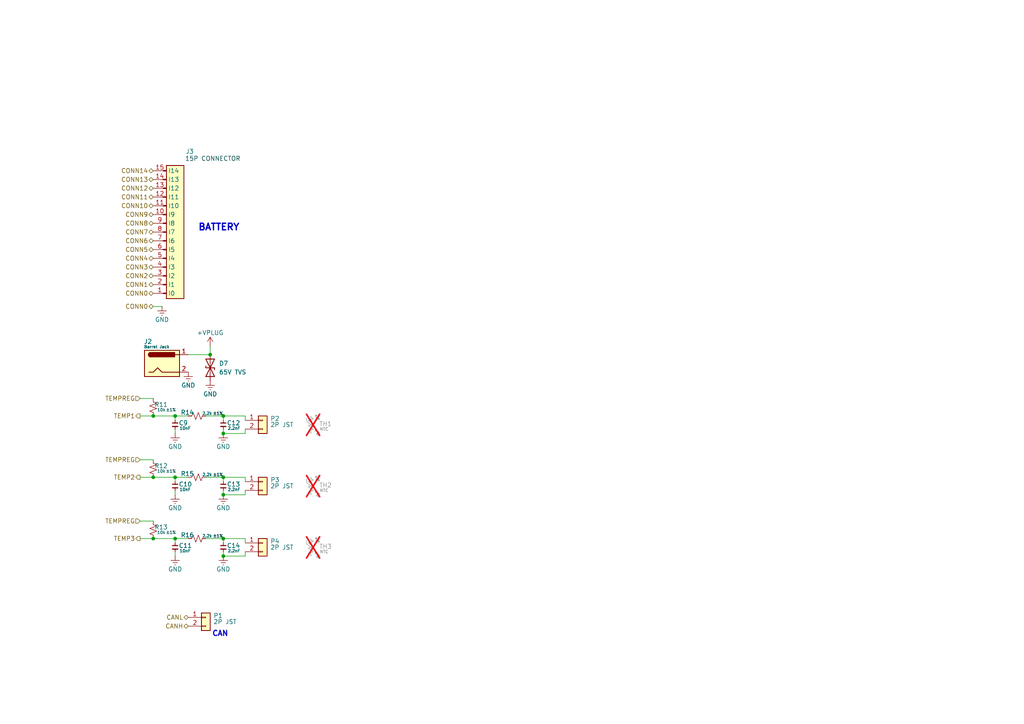
<source format=kicad_sch>
(kicad_sch (version 20250114) (generator "eeschema") (generator_version "9.0")
  (paper "A4")
  (lib_symbols
    (symbol "C_Small_1" (pin_numbers (hide yes)) (pin_names (offset 0.254) (hide yes))
      (property "Reference" "C1" (at 1.778 1.016 0))
      (property "Value" "C_Small" (at 2.032 -0.508 0))
      (symbol "C_Small_1_0_1"
        (polyline (pts (xy -0.762 0.508) (xy 0.762 0.508)) (stroke (width 0.3048)))
        (polyline (pts (xy -0.762 -0.508) (xy 0.762 -0.508)) (stroke (width 0.3302)))
      )
      (symbol "C_Small_1_1_1"
        (pin passive line (at 0 1.27 270) (length 0.762) (name "~") (number "1"))
        (pin passive line (at 0 -1.27 90) (length 0.762) (name "~") (number "2"))
      )
    )
    (symbol "Connector:Barrel_Jack" (pin_names (offset 1.016))
      (property "Reference" "J" (at 0 5.334 0))
      (property "Value" "Barrel_Jack" (at 0 -5.08 0))
      (symbol "Barrel_Jack_0_1"
        (rectangle (start -5.08 3.81) (end 5.08 -3.81) (stroke (width 0.254)) (fill (type background)))
        (polyline (pts (xy -3.81 -2.54) (xy -2.54 -2.54) (xy -1.27 -1.27) (xy 0 -2.54) (xy 2.54 -2.54) (xy 5.08 -2.54)) (stroke (width 0.254)))
        (arc (start -3.302 1.905) (mid -3.9343 2.54) (end -3.302 3.175) (stroke (width 0.254)))
        (arc (start -3.302 1.905) (mid -3.9343 2.54) (end -3.302 3.175) (stroke (width 0.254)) (fill (type outline)))
        (rectangle (start 3.683 3.175) (end -3.302 1.905) (stroke (width 0.254)) (fill (type outline)))
        (polyline (pts (xy 5.08 2.54) (xy 3.81 2.54)) (stroke (width 0.254)))
      )
      (symbol "Barrel_Jack_1_1"
        (pin passive line (at 7.62 2.54 180) (length 2.54) (name "~") (number "1"))
        (pin passive line (at 7.62 -2.54 180) (length 2.54) (name "~") (number "2"))
      )
    )
    (symbol "Connector_Generic:Conn_01x02" (pin_names (offset 1.016) (hide yes))
      (property "Reference" "J" (at 0 2.54 0))
      (property "Value" "Conn_01x02" (at 0 -5.08 0))
      (symbol "Conn_01x02_1_1"
        (rectangle (start -1.27 1.27) (end 1.27 -3.81) (stroke (width 0.254)) (fill (type background)))
        (rectangle (start -1.27 0.127) (end 0 -0.127) (stroke (width 0.1524)))
        (rectangle (start -1.27 -2.413) (end 0 -2.667) (stroke (width 0.1524)))
        (pin passive line (at -5.08 0 0) (length 3.81) (name "Pin_1") (number "1"))
        (pin passive line (at -5.08 -2.54 0) (length 3.81) (name "Pin_2") (number "2"))
      )
    )
    (symbol "Device:D_TVS" (pin_numbers (hide yes)) (pin_names (offset 1.016) (hide yes))
      (property "Reference" "D" (at 0 2.54 0))
      (property "Value" "D_TVS" (at 0 -2.54 0))
      (symbol "D_TVS_0_1"
        (polyline (pts (xy -2.54 1.27) (xy -2.54 -1.27) (xy 2.54 1.27) (xy 2.54 -1.27) (xy -2.54 1.27)) (stroke (width 0.254)))
        (polyline (pts (xy 0.508 1.27) (xy 0 1.27) (xy 0 -1.27) (xy -0.508 -1.27)) (stroke (width 0.254)))
        (polyline (pts (xy 1.27 0) (xy -1.27 0)))
      )
      (symbol "D_TVS_1_1"
        (pin passive line (at -3.81 0 0) (length 2.54) (name "A1") (number "1"))
        (pin passive line (at 3.81 0 180) (length 2.54) (name "A2") (number "2"))
      )
    )
    (symbol "Device:R_Small_US" (pin_numbers (hide yes)) (pin_names (offset 0.254) (hide yes))
      (property "Reference" "R" (at 0.762 0.508 0))
      (property "Value" "R_Small_US" (at 0.762 -1.016 0))
      (property "Tolerance" "x%" (at 2.286 -2.794 0))
      (symbol "R_Small_US_1_1"
        (polyline (pts (xy 0 1.524) (xy 1.016 1.143) (xy 0 0.762) (xy -1.016 0.381) (xy 0 0)))
        (polyline (pts (xy 0 0) (xy 1.016 -0.381) (xy 0 -0.762) (xy -1.016 -1.143) (xy 0 -1.524)))
        (pin passive line (at 0 2.54 270) (length 1.016) (name "~") (number "1"))
        (pin passive line (at 0 -2.54 90) (length 1.016) (name "~") (number "2"))
      )
    )
    (symbol "Device:Thermistor_NTC_US" (pin_numbers (hide yes)) (pin_names (offset 0))
      (property "Reference" "TH1" (at 2.54 0.9526 0))
      (property "Value" "NTC" (at 2.54 -1.5874 0))
      (symbol "Thermistor_NTC_US_0_1"
        (arc (start -2.5016 2.4639) (mid -2.3771 2.3674) (end -2.3746 2.2099))
        (polyline (pts (xy -2.286 -3.048) (xy -2.286 -1.397) (xy -2.032 -1.778) (xy -2.54 -1.778) (xy -2.286 -1.397) (xy -2.286 -1.778)) (fill (type outline)))
        (arc (start -2.3746 2.8449) (mid -2.3002 3.0245) (end -2.1206 3.0989))
        (arc (start -2.1206 3.0989) (mid -1.941 3.0245) (end -1.8666 2.8449))
        (arc (start -2.1206 2.5909) (mid -2.3002 2.6653) (end -2.3746 2.8449))
        (arc (start -2.1206 1.9559) (mid -2.3002 2.0303) (end -2.3746 2.2099))
        (arc (start -1.8666 2.2099) (mid -1.941 2.0303) (end -2.1206 1.9559))
        (arc (start -1.4856 2.8449) (mid -1.7606 2.6117) (end -2.1206 2.5909))
        (polyline (pts (xy -1.8666 2.2099) (xy -1.8666 2.8449)))
        (polyline (pts (xy -1.524 -1.27) (xy -1.524 -2.921) (xy -1.778 -2.54) (xy -1.27 -2.54) (xy -1.524 -2.921) (xy -1.524 -2.54)) (fill (type outline)))
        (polyline (pts (xy -1.27 2.032) (xy -1.27 1.016) (xy 1.27 -1.016) (xy 1.27 -2.032)))
        (polyline (pts (xy 0 2.032) (xy 0 2.286)))
        (polyline (pts (xy 0 2.032) (xy 0.762 1.778) (xy 0 1.524) (xy -0.762 1.27) (xy 0 0.762)))
        (polyline (pts (xy 0 0.762) (xy 0.762 0.254) (xy 0 0) (xy -0.762 -0.254) (xy 0 -0.762)))
        (polyline (pts (xy 0 -0.762) (xy 0.762 -1.27) (xy 0 -1.524) (xy -0.762 -1.778) (xy 0 -2.032)))
        (polyline (pts (xy 0 -2.032) (xy 0 -2.286)))
      )
      (symbol "Thermistor_NTC_US_1_1"
        (pin passive line (at 0 2.54 270) (length 0.508) (name "~") (number "1"))
        (pin passive line (at 0 -2.54 90) (length 0.508) (name "~") (number "2"))
      )
    )
    (symbol "components:17P_Connector"
      (property "Reference" "J" (at 3.556 23.114 0))
      (symbol "17P_Connector_0_1"
        (rectangle (start -2.54 19.304) (end 2.54 -19.304) (stroke (width 0.254)) (fill (type background)))
      )
      (symbol "17P_Connector_1_1"
        (polyline (pts (xy -3.81 17.78) (xy -3.4036 17.78)) (stroke (width 0.1524)))
        (polyline (pts (xy -3.81 15.24) (xy -3.4036 15.24)) (stroke (width 0.1524)))
        (polyline (pts (xy -3.81 12.7) (xy -3.4036 12.7)) (stroke (width 0.1524)))
        (polyline (pts (xy -3.81 10.16) (xy -3.4036 10.16)) (stroke (width 0.1524)))
        (polyline (pts (xy -3.81 7.62) (xy -3.4036 7.62)) (stroke (width 0.1524)))
        (polyline (pts (xy -3.81 5.08) (xy -3.4036 5.08)) (stroke (width 0.1524)))
        (polyline (pts (xy -3.81 2.54) (xy -3.4036 2.54)) (stroke (width 0.1524)))
        (polyline (pts (xy -3.81 0) (xy -3.4036 0)) (stroke (width 0.1524)))
        (polyline (pts (xy -3.81 -2.54) (xy -3.4036 -2.54)) (stroke (width 0.1524)))
        (polyline (pts (xy -3.81 -5.08) (xy -3.4036 -5.08)) (stroke (width 0.1524)))
        (polyline (pts (xy -3.81 -7.62) (xy -3.4036 -7.62)) (stroke (width 0.1524)))
        (polyline (pts (xy -3.81 -10.16) (xy -3.4036 -10.16)) (stroke (width 0.1524)))
        (polyline (pts (xy -3.81 -12.7) (xy -3.4036 -12.7)) (stroke (width 0.1524)))
        (polyline (pts (xy -3.81 -15.24) (xy -3.4036 -15.24)) (stroke (width 0.1524)))
        (polyline (pts (xy -3.81 -17.78) (xy -3.4036 -17.78)) (stroke (width 0.1524)))
        (rectangle (start -3.4036 17.653) (end -2.54 17.907) (stroke (width 0.1524)) (fill (type outline)))
        (rectangle (start -3.4036 15.113) (end -2.54 15.367) (stroke (width 0.1524)) (fill (type outline)))
        (rectangle (start -3.4036 12.573) (end -2.54 12.827) (stroke (width 0.1524)) (fill (type outline)))
        (rectangle (start -3.4036 10.033) (end -2.54 10.287) (stroke (width 0.1524)) (fill (type outline)))
        (rectangle (start -3.4036 7.493) (end -2.54 7.747) (stroke (width 0.1524)) (fill (type outline)))
        (rectangle (start -3.4036 4.953) (end -2.54 5.207) (stroke (width 0.1524)) (fill (type outline)))
        (rectangle (start -3.4036 2.413) (end -2.54 2.667) (stroke (width 0.1524)) (fill (type outline)))
        (rectangle (start -3.4036 -0.127) (end -2.54 0.127) (stroke (width 0.1524)) (fill (type outline)))
        (rectangle (start -3.4036 -2.667) (end -2.54 -2.413) (stroke (width 0.1524)) (fill (type outline)))
        (rectangle (start -3.4036 -5.207) (end -2.54 -4.953) (stroke (width 0.1524)) (fill (type outline)))
        (rectangle (start -3.4036 -7.747) (end -2.54 -7.493) (stroke (width 0.1524)) (fill (type outline)))
        (rectangle (start -3.4036 -10.287) (end -2.54 -10.033) (stroke (width 0.1524)) (fill (type outline)))
        (rectangle (start -3.4036 -12.827) (end -2.54 -12.573) (stroke (width 0.1524)) (fill (type outline)))
        (rectangle (start -3.4036 -15.367) (end -2.54 -15.113) (stroke (width 0.1524)) (fill (type outline)))
        (rectangle (start -3.4036 -17.907) (end -2.54 -17.653) (stroke (width 0.1524)) (fill (type outline)))
        (text "15P CONNECTOR" (at 10.922 21.336 0) (effects (font (size 1.27 1.27))))
        (pin passive line (at -6.35 17.78 0) (length 3.81) (name "I14") (number "15"))
        (pin passive line (at -6.35 15.24 0) (length 3.81) (name "I13") (number "14"))
        (pin passive line (at -6.35 12.7 0) (length 3.81) (name "I12") (number "13"))
        (pin passive line (at -6.35 10.16 0) (length 3.81) (name "I11") (number "12"))
        (pin passive line (at -6.35 7.62 0) (length 3.81) (name "I10") (number "11"))
        (pin passive line (at -6.35 5.08 0) (length 3.81) (name "I9") (number "10"))
        (pin passive line (at -6.35 2.54 0) (length 3.81) (name "I8") (number "9"))
        (pin passive line (at -6.35 0 0) (length 3.81) (name "I7") (number "8"))
        (pin passive line (at -6.35 -2.54 0) (length 3.81) (name "I6") (number "7"))
        (pin passive line (at -6.35 -5.08 0) (length 3.81) (name "I5") (number "6"))
        (pin passive line (at -6.35 -7.62 0) (length 3.81) (name "I4") (number "5"))
        (pin passive line (at -6.35 -10.16 0) (length 3.81) (name "I3") (number "4"))
        (pin passive line (at -6.35 -12.7 0) (length 3.81) (name "I2") (number "3"))
        (pin passive line (at -6.35 -15.24 0) (length 3.81) (name "I1") (number "2"))
        (pin passive line (at -6.35 -17.78 0) (length 3.81) (name "I0") (number "1"))
      )
    )
    (symbol "power:+5V" (power) (pin_numbers (hide yes)) (pin_names (offset 0) (hide yes))
      (property "Value" "+5V" (at 0 3.556 0))
      (symbol "+5V_0_1"
        (polyline (pts (xy -0.762 1.27) (xy 0 2.54)))
        (polyline (pts (xy 0 2.54) (xy 0.762 1.27)))
        (polyline (pts (xy 0 0) (xy 0 2.54)))
      )
      (symbol "+5V_1_1"
        (pin power_in line (at 0 0 90) (length 0) (name "~") (number "1"))
      )
    )
    (symbol "power:Earth" (power) (pin_numbers (hide yes)) (pin_names (offset 0) (hide yes))
      (property "Value" "Earth" (at 0 -3.81 0))
      (symbol "Earth_0_1"
        (polyline (pts (xy -0.635 -1.905) (xy 0.635 -1.905)))
        (polyline (pts (xy -0.127 -2.54) (xy 0.127 -2.54)))
        (polyline (pts (xy 0 -1.27) (xy 0 0)))
        (polyline (pts (xy 1.27 -1.27) (xy -1.27 -1.27)))
      )
      (symbol "Earth_1_1"
        (pin power_in line (at 0 0 270) (length 0) (name "~") (number "1"))
      )
    )
  )
  (text "CAN" (at 61.468 183.896 0) (effects (font (size 1.524 1.524) (thickness 0.3048) (bold yes)) (justify left)))
  (text "BATTERY" (at 63.5 66.04 0) (effects (font (size 1.905 1.905) (thickness 0.381) (bold yes))))
  (junction (at 44.45 156.21))
  (junction (at 64.77 138.43))
  (junction (at 60.96 102.87))
  (junction (at 64.77 125.73))
  (junction (at 50.8 138.43))
  (junction (at 50.8 156.21))
  (junction (at 64.77 156.21))
  (junction (at 50.8 120.65))
  (junction (at 64.77 161.29))
  (junction (at 64.77 120.65))
  (junction (at 44.45 120.65))
  (junction (at 64.77 143.51))
  (junction (at 44.45 138.43))
  (wire (pts (xy 59.69 156.21) (xy 64.77 156.21)))
  (wire (pts (xy 40.64 151.13) (xy 44.45 151.13)))
  (wire (pts (xy 50.8 142.24) (xy 50.8 143.51)))
  (wire (pts (xy 59.69 120.65) (xy 64.77 120.65)))
  (wire (pts (xy 71.12 142.24) (xy 71.12 143.51)))
  (wire (pts (xy 44.45 138.43) (xy 50.8 138.43)))
  (wire (pts (xy 71.12 160.02) (xy 71.12 161.29)))
  (wire (pts (xy 71.12 120.65) (xy 71.12 121.92)))
  (wire (pts (xy 50.8 121.92) (xy 50.8 120.65)))
  (wire (pts (xy 59.69 138.43) (xy 64.77 138.43)))
  (wire (pts (xy 54.61 102.87) (xy 60.96 102.87)))
  (wire (pts (xy 64.77 161.29) (xy 71.12 161.29)))
  (wire (pts (xy 50.8 124.46) (xy 50.8 125.73)))
  (wire (pts (xy 71.12 138.43) (xy 71.12 139.7)))
  (wire (pts (xy 71.12 124.46) (xy 71.12 125.73)))
  (wire (pts (xy 40.64 133.35) (xy 44.45 133.35)))
  (wire (pts (xy 64.77 138.43) (xy 64.77 139.7)))
  (wire (pts (xy 50.8 160.02) (xy 50.8 161.29)))
  (wire (pts (xy 44.45 156.21) (xy 50.8 156.21)))
  (wire (pts (xy 40.64 138.43) (xy 44.45 138.43)))
  (wire (pts (xy 64.77 160.02) (xy 64.77 161.29)))
  (wire (pts (xy 64.77 142.24) (xy 64.77 143.51)))
  (wire (pts (xy 50.8 139.7) (xy 50.8 138.43)))
  (wire (pts (xy 64.77 125.73) (xy 71.12 125.73)))
  (wire (pts (xy 44.45 120.65) (xy 50.8 120.65)))
  (wire (pts (xy 64.77 156.21) (xy 64.77 157.48)))
  (wire (pts (xy 40.64 156.21) (xy 44.45 156.21)))
  (wire (pts (xy 50.8 156.21) (xy 54.61 156.21)))
  (wire (pts (xy 50.8 157.48) (xy 50.8 156.21)))
  (wire (pts (xy 50.8 138.43) (xy 54.61 138.43)))
  (wire (pts (xy 71.12 156.21) (xy 71.12 157.48)))
  (wire (pts (xy 64.77 120.65) (xy 71.12 120.65)))
  (wire (pts (xy 60.96 100.33) (xy 60.96 102.87)))
  (wire (pts (xy 64.77 120.65) (xy 64.77 121.92)))
  (wire (pts (xy 64.77 138.43) (xy 71.12 138.43)))
  (wire (pts (xy 44.45 88.9) (xy 46.99 88.9)))
  (wire (pts (xy 64.77 156.21) (xy 71.12 156.21)))
  (wire (pts (xy 64.77 124.46) (xy 64.77 125.73)))
  (wire (pts (xy 64.77 143.51) (xy 71.12 143.51)))
  (wire (pts (xy 50.8 120.65) (xy 54.61 120.65)))
  (wire (pts (xy 40.64 120.65) (xy 44.45 120.65)))
  (wire (pts (xy 40.64 115.57) (xy 44.45 115.57)))
  (hierarchical_label "CONN8" (shape bidirectional) (at 44.45 64.77 180))
  (hierarchical_label "CONN4" (shape bidirectional) (at 44.45 74.93 180))
  (hierarchical_label "TEMP2" (shape output) (at 40.64 138.43 180))
  (hierarchical_label "TEMP1" (shape output) (at 40.64 120.65 180))
  (hierarchical_label "CONN6" (shape bidirectional) (at 44.45 69.85 180))
  (hierarchical_label "CONN7" (shape bidirectional) (at 44.45 67.31 180))
  (hierarchical_label "CONN5" (shape bidirectional) (at 44.45 72.39 180))
  (hierarchical_label "CONN11" (shape bidirectional) (at 44.45 57.15 180))
  (hierarchical_label "TEMPREG" (shape input) (at 40.64 151.13 180))
  (hierarchical_label "TEMP3" (shape output) (at 40.64 156.21 180))
  (hierarchical_label "CONN2" (shape bidirectional) (at 44.45 80.01 180))
  (hierarchical_label "CONN14" (shape bidirectional) (at 44.45 49.53 180))
  (hierarchical_label "CANL" (shape bidirectional) (at 54.61 179.07 180))
  (hierarchical_label "CONN3" (shape bidirectional) (at 44.45 77.47 180))
  (hierarchical_label "TEMPREG" (shape input) (at 40.64 115.57 180))
  (hierarchical_label "CONN10" (shape bidirectional) (at 44.45 59.69 180))
  (hierarchical_label "CANH" (shape bidirectional) (at 54.61 181.61 180))
  (hierarchical_label "CONN12" (shape bidirectional) (at 44.45 54.61 180))
  (hierarchical_label "CONN13" (shape bidirectional) (at 44.45 52.07 180))
  (hierarchical_label "CONN0" (shape bidirectional) (at 44.45 85.09 180))
  (hierarchical_label "CONN9" (shape bidirectional) (at 44.45 62.23 180))
  (hierarchical_label "CONN1" (shape bidirectional) (at 44.45 82.55 180))
  (hierarchical_label "CONN0" (shape bidirectional) (at 44.45 88.9 180))
  (hierarchical_label "TEMPREG" (shape input) (at 40.64 133.35 180))
  (symbol (lib_id "Connector_Generic:Conn_01x02") (at 59.69 179.07 0) (unit 1)
    (property "Reference" "P1" (at 63.246 178.562 0))
    (property "Value" "2P JST" (at 65.278 180.34 0))
    (property "Footprint" "footprints:CONN-SMD_2P-P2.00_XUNPU_WAFER-PH2.0-2PWB" (effects (hide yes)))
    (property "Datasheet" "https://www.lcsc.com/datasheet/lcsc_datasheet_2411192313_XUNPU-WAFER-PH2-0-2PWB_C3029440.pdf" (effects (hide yes)))
    (property "Description" "Generic connector, single row, 01x02, script generated (kicad-library-utils/schlib/autogen/connector/)" (effects (hide yes)))
    (property "LCSC#" "C3029440" (effects (hide yes)))
    (property "MPN" "C3029440" (effects (hide yes)))
  )
  (symbol (lib_id "Device:R_Small_US") (at 57.15 120.65 90) (unit 1)
    (property "Reference" "R14" (at 54.356 119.634 90))
    (property "Value" "2.2k" (at 58.674 119.888 90) (effects (font (size 0.8467 0.8467)) (justify right)))
    (property "Footprint" "Resistor_SMD:R_0402_1005Metric_Pad0.72x0.64mm_HandSolder" (effects (hide yes)))
    (property "Description" "Resistor, small US symbol" (effects (hide yes)))
    (property "Tolerance" "±1%" (at 61.722 119.888 90) (effects (font (size 0.8467 0.8467)) (justify right)))
  )
  (symbol (lib_name "C_Small_1") (lib_id "Device:C_Small") (at 64.77 158.75 0) (unit 1)
    (property "Reference" "C14" (at 65.786 158.242 0) (effects (justify left)))
    (property "Value" "2.2nF" (at 66.04 159.766 0) (effects (font (size 0.8467 0.8467)) (justify left)))
    (property "Footprint" "Capacitor_SMD:C_0402_1005Metric_Pad0.74x0.62mm_HandSolder" (effects (hide yes)))
    (property "Description" "Unpolarized capacitor, small symbol" (effects (hide yes)))
  )
  (symbol (lib_id "Device:R_Small_US") (at 44.45 153.67 0) (unit 1)
    (property "Reference" "R13" (at 46.736 152.908 0))
    (property "Value" "10k" (at 48.006 154.432 0) (effects (font (size 0.8467 0.8467)) (justify right)))
    (property "Footprint" "Resistor_SMD:R_0402_1005Metric_Pad0.72x0.64mm_HandSolder" (effects (hide yes)))
    (property "Description" "Resistor, small US symbol" (effects (hide yes)))
    (property "Tolerance" "±1%" (at 51.054 154.432 0) (effects (font (size 0.8467 0.8467)) (justify right)))
  )
  (symbol (lib_id "power:Earth") (at 64.77 161.29 0) (unit 1)
    (property "Reference" "#PWR046" (effects (hide yes)))
    (property "Value" "GND" (at 64.77 165.1 0))
    (property "Description" "Power symbol creates a global label with name \"Earth\"" (effects (hide yes)))
  )
  (symbol (lib_name "C_Small_1") (lib_id "Device:C_Small") (at 50.8 158.75 0) (unit 1)
    (property "Reference" "C11" (at 51.816 158.242 0) (effects (justify left)))
    (property "Value" "10nF" (at 52.07 159.766 0) (effects (font (size 0.8467 0.8467)) (justify left)))
    (property "Footprint" "Capacitor_SMD:C_0402_1005Metric_Pad0.74x0.62mm_HandSolder" (effects (hide yes)))
    (property "Description" "Unpolarized capacitor, small symbol" (effects (hide yes)))
  )
  (symbol (lib_name "C_Small_1") (lib_id "Device:C_Small") (at 64.77 140.97 0) (unit 1)
    (property "Reference" "C13" (at 65.786 140.462 0) (effects (justify left)))
    (property "Value" "2.2nF" (at 66.04 141.986 0) (effects (font (size 0.8467 0.8467)) (justify left)))
    (property "Footprint" "Capacitor_SMD:C_0402_1005Metric_Pad0.74x0.62mm_HandSolder" (effects (hide yes)))
    (property "Description" "Unpolarized capacitor, small symbol" (effects (hide yes)))
  )
  (symbol (lib_id "Device:R_Small_US") (at 44.45 118.11 0) (unit 1)
    (property "Reference" "R11" (at 46.736 117.348 0))
    (property "Value" "10k" (at 48.006 118.872 0) (effects (font (size 0.8467 0.8467)) (justify right)))
    (property "Footprint" "Resistor_SMD:R_0402_1005Metric_Pad0.72x0.64mm_HandSolder" (effects (hide yes)))
    (property "Description" "Resistor, small US symbol" (effects (hide yes)))
    (property "Tolerance" "±1%" (at 51.054 118.872 0) (effects (font (size 0.8467 0.8467)) (justify right)))
  )
  (symbol (lib_id "Device:R_Small_US") (at 57.15 156.21 90) (unit 1)
    (property "Reference" "R16" (at 54.356 155.194 90))
    (property "Value" "2.2k" (at 58.674 155.448 90) (effects (font (size 0.8467 0.8467)) (justify right)))
    (property "Footprint" "Resistor_SMD:R_0402_1005Metric_Pad0.72x0.64mm_HandSolder" (effects (hide yes)))
    (property "Description" "Resistor, small US symbol" (effects (hide yes)))
    (property "Tolerance" "±1%" (at 61.722 155.448 90) (effects (font (size 0.8467 0.8467)) (justify right)))
  )
  (symbol (lib_id "Device:R_Small_US") (at 44.45 135.89 0) (unit 1)
    (property "Reference" "R12" (at 46.736 135.128 0))
    (property "Value" "10k" (at 48.006 136.652 0) (effects (font (size 0.8467 0.8467)) (justify right)))
    (property "Footprint" "Resistor_SMD:R_0402_1005Metric_Pad0.72x0.64mm_HandSolder" (effects (hide yes)))
    (property "Description" "Resistor, small US symbol" (effects (hide yes)))
    (property "Tolerance" "±1%" (at 51.054 136.652 0) (effects (font (size 0.8467 0.8467)) (justify right)))
  )
  (symbol (lib_id "Connector_Generic:Conn_01x02") (at 76.2 121.92 0) (unit 1)
    (property "Reference" "P2" (at 79.756 121.412 0))
    (property "Value" "2P JST" (at 81.788 123.19 0))
    (property "Footprint" "footprints:CONN-SMD_2P-P2.00_XUNPU_WAFER-PH2.0-2PWB" (effects (hide yes)))
    (property "Datasheet" "https://www.lcsc.com/datasheet/lcsc_datasheet_2411192313_XUNPU-WAFER-PH2-0-2PWB_C3029440.pdf" (effects (hide yes)))
    (property "Description" "Generic connector, single row, 01x02, script generated (kicad-library-utils/schlib/autogen/connector/)" (effects (hide yes)))
    (property "LCSC#" "C3029440" (effects (hide yes)))
    (property "MPN" "C3029440" (effects (hide yes)))
  )
  (symbol (lib_id "Connector_Generic:Conn_01x02") (at 76.2 139.7 0) (unit 1)
    (property "Reference" "P3" (at 79.756 139.192 0))
    (property "Value" "2P JST" (at 81.788 140.97 0))
    (property "Footprint" "footprints:CONN-SMD_2P-P2.00_XUNPU_WAFER-PH2.0-2PWB" (effects (hide yes)))
    (property "Datasheet" "https://www.lcsc.com/datasheet/lcsc_datasheet_2411192313_XUNPU-WAFER-PH2-0-2PWB_C3029440.pdf" (effects (hide yes)))
    (property "Description" "Generic connector, single row, 01x02, script generated (kicad-library-utils/schlib/autogen/connector/)" (effects (hide yes)))
    (property "LCSC#" "C3029440" (effects (hide yes)))
    (property "MPN" "C3029440" (effects (hide yes)))
  )
  (symbol (lib_id "power:Earth") (at 50.8 143.51 0) (unit 1)
    (property "Reference" "#PWR039" (effects (hide yes)))
    (property "Value" "GND" (at 50.8 147.32 0))
    (property "Description" "Power symbol creates a global label with name \"Earth\"" (effects (hide yes)))
  )
  (symbol (lib_id "power:Earth") (at 64.77 143.51 0) (unit 1)
    (property "Reference" "#PWR045" (effects (hide yes)))
    (property "Value" "GND" (at 64.77 147.32 0))
    (property "Description" "Power symbol creates a global label with name \"Earth\"" (effects (hide yes)))
  )
  (symbol (lib_name "C_Small_1") (lib_id "Device:C_Small") (at 50.8 140.97 0) (unit 1)
    (property "Reference" "C10" (at 51.816 140.462 0) (effects (justify left)))
    (property "Value" "10nF" (at 52.07 141.986 0) (effects (font (size 0.8467 0.8467)) (justify left)))
    (property "Footprint" "Capacitor_SMD:C_0402_1005Metric_Pad0.74x0.62mm_HandSolder" (effects (hide yes)))
    (property "Description" "Unpolarized capacitor, small symbol" (effects (hide yes)))
  )
  (symbol (lib_id "power:Earth") (at 60.96 110.49 0) (unit 1)
    (property "Reference" "#PWR043" (effects (hide yes)))
    (property "Value" "GND" (at 60.96 114.3 0))
    (property "Description" "Power symbol creates a global label with name \"Earth\"" (effects (hide yes)))
  )
  (symbol (lib_id "power:Earth") (at 64.77 125.73 0) (unit 1)
    (property "Reference" "#PWR044" (effects (hide yes)))
    (property "Value" "GND" (at 64.77 129.54 0))
    (property "Description" "Power symbol creates a global label with name \"Earth\"" (effects (hide yes)))
  )
  (symbol (lib_id "Connector:Barrel_Jack") (at 46.99 105.41 0) (unit 1)
    (property "Reference" "J2" (at 42.926 99.06 0))
    (property "Value" "Barrel Jack" (at 45.466 100.584 0) (effects (font (size 0.8467 0.8467))))
    (property "Footprint" "Connector_BarrelJack:BarrelJack_CUI_PJ-063AH_Horizontal" (effects (hide yes)))
    (property "Description" "DC Barrel Jack" (effects (hide yes)))
  )
  (symbol (lib_id "components:17P_Connector") (at 50.8 67.31 0) (unit 1)
    (property "Reference" "J3" (at 53.848 43.942 0) (effects (justify left)))
    (property "Value" "15P JST" (effects (hide yes)))
    (property "Footprint" "footprints:CONN-SMD_15P-P1.25_SM15B-GHS-TB-LF-SN" (effects (hide yes)))
    (property "Datasheet" "https://www.lcsc.com/datasheet/lcsc_datasheet_2410010302_JST-SM15B-GHS-TB-LF-SN_C265027.pdf" (effects (hide yes)))
    (property "MPN" "C265027" (effects (hide yes)))
  )
  (symbol (lib_id "Device:Thermistor_NTC_US") (at 90.17 158.75 180) (unit 1) (on_board no) (dnp yes)
    (property "Reference" "TH3" (at 96.266 158.496 0) (effects (justify left)))
    (property "Value" "NTC" (at 95.25 160.02 0) (effects (font (size 0.8467 0.8467)) (justify left)))
    (property "Description" "Temperature dependent resistor, negative temperature coefficient, US symbol" (effects (hide yes)))
  )
  (symbol (lib_id "Connector_Generic:Conn_01x02") (at 76.2 157.48 0) (unit 1)
    (property "Reference" "P4" (at 79.756 156.972 0))
    (property "Value" "2P JST" (at 81.788 158.75 0))
    (property "Footprint" "footprints:CONN-SMD_2P-P2.00_XUNPU_WAFER-PH2.0-2PWB" (effects (hide yes)))
    (property "Datasheet" "https://www.lcsc.com/datasheet/lcsc_datasheet_2411192313_XUNPU-WAFER-PH2-0-2PWB_C3029440.pdf" (effects (hide yes)))
    (property "Description" "Generic connector, single row, 01x02, script generated (kicad-library-utils/schlib/autogen/connector/)" (effects (hide yes)))
    (property "LCSC#" "C3029440" (effects (hide yes)))
    (property "MPN" "C3029440" (effects (hide yes)))
  )
  (symbol (lib_id "power:+5V") (at 60.96 100.33 0) (unit 1)
    (property "Reference" "#PWR042" (effects (hide yes)))
    (property "Value" "+VPLUG" (at 60.96 96.52 0))
    (property "Description" "Power symbol creates a global label with name \"+5V\"" (effects (hide yes)))
  )
  (symbol (lib_id "power:Earth") (at 50.8 125.73 0) (unit 1)
    (property "Reference" "#PWR038" (effects (hide yes)))
    (property "Value" "GND" (at 50.8 129.54 0))
    (property "Description" "Power symbol creates a global label with name \"Earth\"" (effects (hide yes)))
  )
  (symbol (lib_id "power:Earth") (at 50.8 161.29 0) (unit 1)
    (property "Reference" "#PWR040" (effects (hide yes)))
    (property "Value" "GND" (at 50.8 165.1 0))
    (property "Description" "Power symbol creates a global label with name \"Earth\"" (effects (hide yes)))
  )
  (symbol (lib_name "C_Small_1") (lib_id "Device:C_Small") (at 50.8 123.19 0) (unit 1)
    (property "Reference" "C9" (at 51.816 122.682 0) (effects (justify left)))
    (property "Value" "10nF" (at 52.07 124.206 0) (effects (font (size 0.8467 0.8467)) (justify left)))
    (property "Footprint" "Capacitor_SMD:C_0402_1005Metric_Pad0.74x0.62mm_HandSolder" (effects (hide yes)))
    (property "Description" "Unpolarized capacitor, small symbol" (effects (hide yes)))
  )
  (symbol (lib_name "C_Small_1") (lib_id "Device:C_Small") (at 64.77 123.19 0) (unit 1)
    (property "Reference" "C12" (at 65.786 122.682 0) (effects (justify left)))
    (property "Value" "2.2nF" (at 66.04 124.206 0) (effects (font (size 0.8467 0.8467)) (justify left)))
    (property "Footprint" "Capacitor_SMD:C_0402_1005Metric_Pad0.74x0.62mm_HandSolder" (effects (hide yes)))
    (property "Description" "Unpolarized capacitor, small symbol" (effects (hide yes)))
  )
  (symbol (lib_id "Device:D_TVS") (at 60.96 106.68 90) (unit 1)
    (property "Reference" "D7" (at 63.5 105.4099 90) (effects (justify right)))
    (property "Value" "65V TVS" (at 63.5 107.9499 90) (effects (justify right)))
    (property "Footprint" "Diode_SMD:D_0402_1005Metric_Pad0.77x0.64mm_HandSolder" (effects (hide yes)))
    (property "Description" "Bidirectional transient-voltage-suppression diode" (effects (hide yes)))
    (property "LCSC#" "C1973257" (effects (hide yes)))
  )
  (symbol (lib_id "Device:Thermistor_NTC_US") (at 90.17 140.97 180) (unit 1) (on_board no) (dnp yes)
    (property "Reference" "TH2" (at 96.266 140.716 0) (effects (justify left)))
    (property "Value" "NTC" (at 95.25 142.24 0) (effects (font (size 0.8467 0.8467)) (justify left)))
    (property "Description" "Temperature dependent resistor, negative temperature coefficient, US symbol" (effects (hide yes)))
  )
  (symbol (lib_id "power:Earth") (at 54.61 107.95 0) (unit 1)
    (property "Reference" "#PWR041" (effects (hide yes)))
    (property "Value" "GND" (at 54.61 111.76 0))
    (property "Description" "Power symbol creates a global label with name \"Earth\"" (effects (hide yes)))
  )
  (symbol (lib_id "Device:Thermistor_NTC_US") (at 90.17 123.19 180) (unit 1) (on_board no) (dnp yes)
    (property "Reference" "TH1" (at 96.266 122.936 0) (effects (justify left)))
    (property "Value" "NTC" (at 95.25 124.46 0) (effects (font (size 0.8467 0.8467)) (justify left)))
    (property "Description" "Temperature dependent resistor, negative temperature coefficient, US symbol" (effects (hide yes)))
  )
  (symbol (lib_id "power:Earth") (at 46.99 88.9 0) (unit 1)
    (property "Reference" "#PWR037" (effects (hide yes)))
    (property "Value" "GND" (at 46.99 92.71 0))
    (property "Description" "Power symbol creates a global label with name \"Earth\"" (effects (hide yes)))
  )
  (symbol (lib_id "Device:R_Small_US") (at 57.15 138.43 90) (unit 1)
    (property "Reference" "R15" (at 54.356 137.414 90))
    (property "Value" "2.2k" (at 58.674 137.668 90) (effects (font (size 0.8467 0.8467)) (justify right)))
    (property "Footprint" "Resistor_SMD:R_0402_1005Metric_Pad0.72x0.64mm_HandSolder" (effects (hide yes)))
    (property "Description" "Resistor, small US symbol" (effects (hide yes)))
    (property "Tolerance" "±1%" (at 61.722 137.668 90) (effects (font (size 0.8467 0.8467)) (justify right)))
  )
)
</source>
